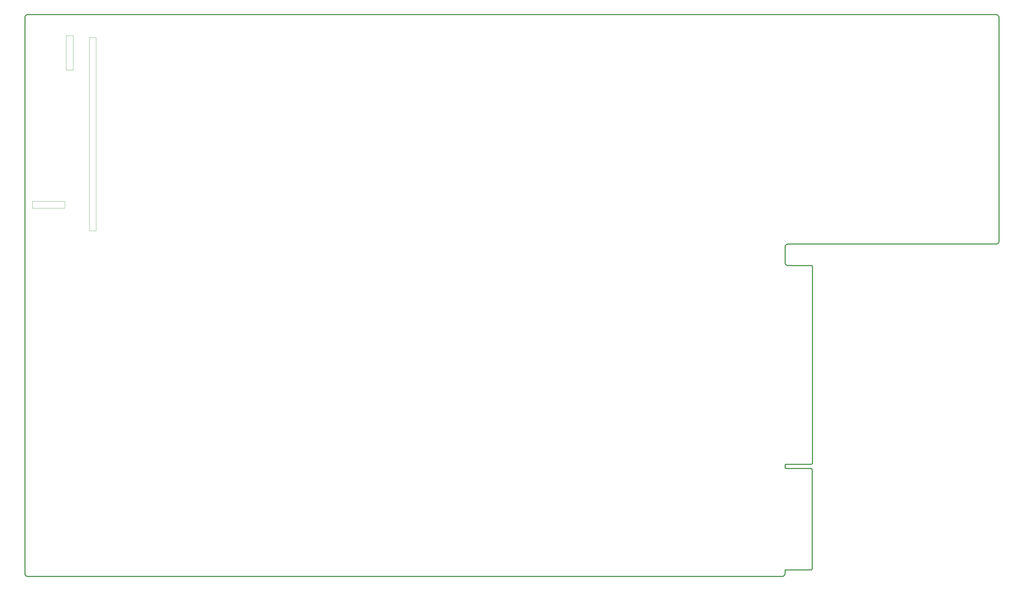
<source format=gbr>
G04 GENERATED BY PULSONIX 10.0 GERBER.DLL 7250*
G04 #@! TF.GenerationSoftware,Pulsonix,Pulsonix,10.0.7250*
G04 #@! TF.CreationDate,2019-09-12T07:48:16--1:00*
G04 #@! TF.Part,Single*
%FSLAX25Y25*%
%LPD*%
%MOIN*%
G04 #@! TF.FileFunction,Other,Outline.gko*
G04 #@! TF.FilePolarity,Positive*
G04 #@! TA.AperFunction,Profile*
%ADD117C,0.01200*%
G04 #@! TA.AperFunction,CutOut*
%ADD194C,0.00200*%
X0Y0D02*
D02*
D117*
X-11Y3961D02*
Y716087D01*
X4Y716430*
X49Y716771*
X123Y717106*
X227Y717434*
X358Y717751*
X517Y718056*
X701Y718345*
X910Y718618*
X1142Y718871*
X1396Y719103*
X1668Y719312*
X1958Y719497*
X2262Y719655*
X2580Y719787*
X2907Y719890*
X3243Y719964*
X3583Y720009*
X3926Y720024*
X1244279*
X1244622Y720009*
X1244962Y719964*
X1245298Y719890*
X1245625Y719787*
X1245943Y719655*
X1246247Y719497*
X1246537Y719312*
X1246809Y719103*
X1247063Y718871*
X1247295Y718618*
X1247504Y718345*
X1247688Y718056*
X1247847Y717751*
X1247978Y717434*
X1248082Y717106*
X1248156Y716771*
X1248201Y716430*
X1248216Y716087*
Y429867*
X1248201Y429524*
X1248156Y429183*
X1248082Y428848*
X1247978Y428520*
X1247847Y428203*
X1247688Y427898*
X1247504Y427609*
X1247295Y427336*
X1247063Y427083*
X1246809Y426851*
X1246537Y426642*
X1246247Y426457*
X1245943Y426299*
X1245625Y426167*
X1245298Y426064*
X1244962Y425990*
X1244622Y425945*
X1244279Y425930*
X977942*
X977599Y425915*
X977258Y425870*
X976923Y425796*
X976595Y425692*
X976278Y425561*
X975973Y425402*
X975684Y425218*
X975411Y425009*
X975158Y424777*
X974926Y424523*
X974717Y424251*
X974532Y423961*
X974374Y423657*
X974242Y423339*
X974139Y423012*
X974065Y422676*
X974020Y422336*
X974005Y421993*
Y402308*
X974020Y401965*
X974065Y401624*
X974139Y401289*
X974242Y400961*
X974374Y400644*
X974532Y400339*
X974717Y400049*
X974926Y399777*
X975158Y399524*
X975411Y399292*
X975684Y399083*
X975973Y398898*
X976278Y398740*
X976595Y398608*
X976923Y398505*
X977258Y398431*
X977599Y398386*
X977942Y398371*
X1007273*
X1007510Y398356*
X1007744Y398313*
X1007971Y398243*
X1008187Y398145*
X1008391Y398022*
X1008578Y397876*
X1008746Y397708*
X1008893Y397520*
X1009016Y397317*
X1009113Y397100*
X1009184Y396873*
X1009227Y396639*
X1009241Y396402*
Y145812*
X1009227Y145574*
X1009184Y145341*
X1009113Y145114*
X1009016Y144897*
X1008893Y144693*
X1008746Y144506*
X1008578Y144338*
X1008391Y144192*
X1008187Y144069*
X1007971Y143971*
X1007744Y143900*
X1007510Y143857*
X1007273Y143843*
X975777*
X975545Y143828*
X975318Y143783*
X975099Y143708*
X974891Y143606*
X974698Y143477*
X974524Y143324*
X974371Y143150*
X974242Y142957*
X974140Y142749*
X974065Y142530*
X974020Y142303*
X974005Y142071*
Y140103*
X974020Y139872*
X974065Y139644*
X974140Y139425*
X974242Y139217*
X974371Y139024*
X974524Y138850*
X974698Y138697*
X974891Y138569*
X975099Y138466*
X975318Y138392*
X975545Y138346*
X975777Y138331*
X1006879*
X1007116Y138317*
X1007350Y138274*
X1007577Y138203*
X1007794Y138106*
X1007997Y137983*
X1008184Y137836*
X1008352Y137668*
X1008499Y137481*
X1008622Y137278*
X1008720Y137061*
X1008790Y136834*
X1008833Y136600*
X1008847Y136363*
Y10379*
X1008833Y10141*
X1008790Y9907*
X1008720Y9681*
X1008622Y9464*
X1008499Y9260*
X1008352Y9073*
X1008184Y8905*
X1007997Y8759*
X1007794Y8636*
X1007577Y8538*
X1007350Y8467*
X1007116Y8424*
X1006879Y8410*
X974005*
Y3961*
X973990Y3618*
X973945Y3278*
X973871Y2942*
X973768Y2615*
X973636Y2297*
X973478Y1993*
X973293Y1703*
X973084Y1431*
X972852Y1177*
X972599Y945*
X972326Y736*
X972036Y552*
X971732Y393*
X971414Y262*
X971087Y158*
X970752Y84*
X970411Y39*
X970068Y24*
X3926*
X3583Y39*
X3243Y84*
X2907Y158*
X2580Y262*
X2262Y393*
X1958Y552*
X1668Y736*
X1396Y945*
X1142Y1177*
X910Y1431*
X701Y1703*
X517Y1993*
X358Y2297*
X227Y2615*
X123Y2942*
X49Y3278*
X4Y3618*
X-11Y3961*
D02*
D194*
X9523Y480863D02*
X51134D01*
Y472168*
X9523*
Y480863*
X52731Y649049D02*
Y692965D01*
X61771*
Y649049*
X52731*
X82675Y443090D02*
Y690749D01*
X91222*
Y443090*
X82675*
X0Y0D02*
M02*

</source>
